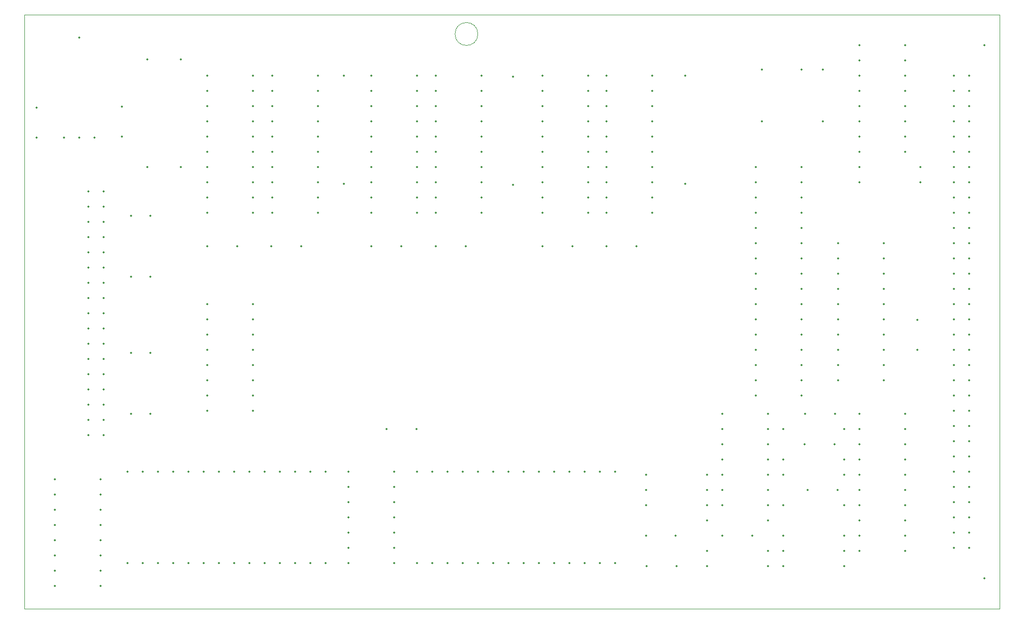
<source format=gko>
%TF.GenerationSoftware,KiCad,Pcbnew,8.0.6+1*%
%TF.CreationDate,2024-11-22T10:30:08+01:00*%
%TF.ProjectId,ql_trump_v2_disk_interface,716c5f74-7275-46d7-905f-76325f646973,01*%
%TF.SameCoordinates,Original*%
%TF.FileFunction,Profile,NP*%
%FSLAX46Y46*%
G04 Gerber Fmt 4.6, Leading zero omitted, Abs format (unit mm)*
G04 Created by KiCad (PCBNEW 8.0.6+1) date 2024-11-22 10:30:08*
%MOMM*%
%LPD*%
G01*
G04 APERTURE LIST*
%TA.AperFunction,Profile*%
%ADD10C,0.050000*%
%TD*%
%ADD11C,0.350000*%
G04 APERTURE END LIST*
D10*
X201422000Y-44323000D02*
X38862000Y-44323000D01*
X201422000Y-143383000D02*
X201422000Y-44323000D01*
X38862000Y-44323000D02*
X38862000Y-143344900D01*
X114427000Y-47498000D02*
G75*
G02*
X110617000Y-47498000I-1905000J0D01*
G01*
X110617000Y-47498000D02*
G75*
G02*
X114427000Y-47498000I1905000J0D01*
G01*
X38862000Y-143344900D02*
X201422000Y-143383000D01*
D11*
X198882000Y-49403000D03*
X198882000Y-138303000D03*
X196342000Y-54483000D03*
X196342000Y-57023000D03*
X196342000Y-59563000D03*
X196342000Y-62103000D03*
X196342000Y-64643000D03*
X196342000Y-67183000D03*
X196342000Y-69723000D03*
X196342000Y-72263000D03*
X196342000Y-74803000D03*
X196342000Y-77343000D03*
X196342000Y-79883000D03*
X196342000Y-82423000D03*
X196342000Y-84963000D03*
X196342000Y-87503000D03*
X196342000Y-90043000D03*
X196342000Y-92583000D03*
X196342000Y-95123000D03*
X196342000Y-97663000D03*
X196342000Y-100203000D03*
X196342000Y-102743000D03*
X196342000Y-105283000D03*
X196342000Y-107823000D03*
X196342000Y-110363000D03*
X196342000Y-112903000D03*
X196342000Y-115443000D03*
X196342000Y-117983000D03*
X196342000Y-120523000D03*
X196342000Y-123063000D03*
X196342000Y-125603000D03*
X196342000Y-128143000D03*
X196342000Y-130683000D03*
X196342000Y-133223000D03*
X193802000Y-54483000D03*
X193802000Y-57023000D03*
X193802000Y-59563000D03*
X193802000Y-62103000D03*
X193802000Y-64643000D03*
X193802000Y-67183000D03*
X193802000Y-69723000D03*
X193802000Y-72263000D03*
X193802000Y-74803000D03*
X193802000Y-77343000D03*
X193802000Y-79883000D03*
X193802000Y-82423000D03*
X193802000Y-84963000D03*
X193802000Y-87503000D03*
X193802000Y-90043000D03*
X193802000Y-92583000D03*
X193802000Y-95123000D03*
X193802000Y-97663000D03*
X193802000Y-100203000D03*
X193802000Y-102743000D03*
X193802000Y-105283000D03*
X193802000Y-107823000D03*
X193802000Y-110363000D03*
X193802000Y-112903000D03*
X193802000Y-115443000D03*
X193802000Y-117983000D03*
X193802000Y-120523000D03*
X193802000Y-123063000D03*
X193802000Y-125603000D03*
X193802000Y-128143000D03*
X193802000Y-130683000D03*
X193802000Y-133223000D03*
X48006000Y-48133000D03*
X45466000Y-64793000D03*
X48006000Y-64793000D03*
X50546000Y-64793000D03*
X168402000Y-87503000D03*
X168402000Y-84963000D03*
X168402000Y-82423000D03*
X168402000Y-79883000D03*
X168402000Y-77343000D03*
X168402000Y-74803000D03*
X168402000Y-72263000D03*
X168402000Y-69723000D03*
X160782000Y-69723000D03*
X160782000Y-72263000D03*
X160782000Y-74803000D03*
X160782000Y-77343000D03*
X160782000Y-79883000D03*
X160782000Y-82423000D03*
X160782000Y-84963000D03*
X160782000Y-87503000D03*
X173910000Y-115951000D03*
X168910000Y-115951000D03*
X40894000Y-59793000D03*
X40894000Y-64793000D03*
X148982500Y-54483000D03*
X148982500Y-72483000D03*
X104257000Y-77338000D03*
X104257000Y-74798000D03*
X104257000Y-72258000D03*
X104257000Y-69718000D03*
X104257000Y-67178000D03*
X104257000Y-64638000D03*
X104257000Y-62098000D03*
X104257000Y-59558000D03*
X104257000Y-57018000D03*
X104257000Y-54478000D03*
X96637000Y-54478000D03*
X96637000Y-57018000D03*
X96637000Y-59558000D03*
X96637000Y-62098000D03*
X96637000Y-64638000D03*
X96637000Y-67178000D03*
X96637000Y-69718000D03*
X96637000Y-72258000D03*
X96637000Y-74798000D03*
X96637000Y-77338000D03*
X142494000Y-121031000D03*
X152654000Y-121031000D03*
X182118000Y-105283000D03*
X182118000Y-102743000D03*
X182118000Y-100203000D03*
X182118000Y-97663000D03*
X182118000Y-95123000D03*
X182118000Y-92583000D03*
X182118000Y-90043000D03*
X182118000Y-87503000D03*
X182118000Y-84963000D03*
X182118000Y-82423000D03*
X174498000Y-82423000D03*
X174498000Y-84963000D03*
X174498000Y-87503000D03*
X174498000Y-90043000D03*
X174498000Y-92583000D03*
X174498000Y-95123000D03*
X174498000Y-97663000D03*
X174498000Y-100203000D03*
X174498000Y-102743000D03*
X174498000Y-105283000D03*
X143510000Y-77343000D03*
X143510000Y-74803000D03*
X143510000Y-72263000D03*
X143510000Y-69723000D03*
X143510000Y-67183000D03*
X143510000Y-64643000D03*
X143510000Y-62103000D03*
X143510000Y-59563000D03*
X143510000Y-57023000D03*
X143510000Y-54483000D03*
X135890000Y-54483000D03*
X135890000Y-57023000D03*
X135890000Y-59563000D03*
X135890000Y-62103000D03*
X135890000Y-64643000D03*
X135890000Y-67183000D03*
X135890000Y-69723000D03*
X135890000Y-72263000D03*
X135890000Y-74803000D03*
X135890000Y-77343000D03*
X137287000Y-120523000D03*
X134747000Y-120523000D03*
X132207000Y-120523000D03*
X129667000Y-120523000D03*
X127127000Y-120523000D03*
X124587000Y-120523000D03*
X122047000Y-120523000D03*
X119507000Y-120523000D03*
X116967000Y-120523000D03*
X114427000Y-120523000D03*
X111887000Y-120523000D03*
X109347000Y-120523000D03*
X106807000Y-120523000D03*
X104267000Y-120523000D03*
X104267000Y-135763000D03*
X106807000Y-135763000D03*
X109347000Y-135763000D03*
X111887000Y-135763000D03*
X114427000Y-135763000D03*
X116967000Y-135763000D03*
X119507000Y-135763000D03*
X122047000Y-135763000D03*
X124587000Y-135763000D03*
X127127000Y-135763000D03*
X129667000Y-135763000D03*
X132207000Y-135763000D03*
X134747000Y-135763000D03*
X137287000Y-135763000D03*
X165354000Y-136271000D03*
X175514000Y-136271000D03*
X142494000Y-131191000D03*
X147394000Y-131191000D03*
X152654000Y-133731000D03*
X162814000Y-133731000D03*
X52070000Y-114427000D03*
X49530000Y-114427000D03*
X52070000Y-111887000D03*
X49530000Y-111887000D03*
X52070000Y-109347000D03*
X49530000Y-109347000D03*
X52070000Y-106807000D03*
X49530000Y-106807000D03*
X52070000Y-104267000D03*
X49530000Y-104267000D03*
X52070000Y-101727000D03*
X49530000Y-101727000D03*
X52070000Y-99187000D03*
X49530000Y-99187000D03*
X52070000Y-96647000D03*
X49530000Y-96647000D03*
X52070000Y-94107000D03*
X49530000Y-94107000D03*
X52070000Y-91567000D03*
X49530000Y-91567000D03*
X52070000Y-89027000D03*
X49530000Y-89027000D03*
X52070000Y-86487000D03*
X49530000Y-86487000D03*
X52070000Y-83947000D03*
X49530000Y-83947000D03*
X52070000Y-81407000D03*
X49530000Y-81407000D03*
X52070000Y-78867000D03*
X49530000Y-78867000D03*
X52070000Y-76327000D03*
X49530000Y-76327000D03*
X52070000Y-73787000D03*
X49530000Y-73787000D03*
X168402000Y-53467000D03*
X162814000Y-136271000D03*
X152654000Y-136271000D03*
X55118000Y-59643000D03*
X55118000Y-64643000D03*
X101647000Y-82931000D03*
X96647000Y-82931000D03*
X89027000Y-120523000D03*
X86487000Y-120523000D03*
X83947000Y-120523000D03*
X81407000Y-120523000D03*
X78867000Y-120523000D03*
X76327000Y-120523000D03*
X73787000Y-120523000D03*
X71247000Y-120523000D03*
X68707000Y-120523000D03*
X66167000Y-120523000D03*
X63627000Y-120523000D03*
X61087000Y-120523000D03*
X58547000Y-120523000D03*
X56007000Y-120523000D03*
X56007000Y-135763000D03*
X58547000Y-135763000D03*
X61087000Y-135763000D03*
X63627000Y-135763000D03*
X66167000Y-135763000D03*
X68707000Y-135763000D03*
X71247000Y-135763000D03*
X73787000Y-135763000D03*
X76327000Y-135763000D03*
X78867000Y-135763000D03*
X81407000Y-135763000D03*
X83947000Y-135763000D03*
X86487000Y-135763000D03*
X89027000Y-135763000D03*
X140890000Y-82931000D03*
X135890000Y-82931000D03*
X99227000Y-113411000D03*
X104227000Y-113411000D03*
X161798000Y-53467000D03*
X178054000Y-69723000D03*
X188214000Y-69723000D03*
X142494000Y-126111000D03*
X152654000Y-126111000D03*
X64885500Y-51723000D03*
X64885500Y-69723000D03*
X171958000Y-53467000D03*
X185674000Y-133731000D03*
X185674000Y-131191000D03*
X185674000Y-128651000D03*
X185674000Y-126111000D03*
X185674000Y-123571000D03*
X185674000Y-121031000D03*
X185674000Y-118491000D03*
X185674000Y-115951000D03*
X185674000Y-113411000D03*
X185674000Y-110871000D03*
X178054000Y-110871000D03*
X178054000Y-113411000D03*
X178054000Y-115951000D03*
X178054000Y-118491000D03*
X178054000Y-121031000D03*
X178054000Y-123571000D03*
X178054000Y-126111000D03*
X178054000Y-128651000D03*
X178054000Y-131191000D03*
X178054000Y-133731000D03*
X132842000Y-77338000D03*
X132842000Y-74798000D03*
X132842000Y-72258000D03*
X132842000Y-69718000D03*
X132842000Y-67178000D03*
X132842000Y-64638000D03*
X132842000Y-62098000D03*
X132842000Y-59558000D03*
X132842000Y-57018000D03*
X132842000Y-54478000D03*
X125222000Y-54478000D03*
X125222000Y-57018000D03*
X125222000Y-59558000D03*
X125222000Y-62098000D03*
X125222000Y-64638000D03*
X125222000Y-67178000D03*
X125222000Y-69718000D03*
X125222000Y-72258000D03*
X125222000Y-74798000D03*
X125222000Y-77338000D03*
X161798000Y-62103000D03*
X171958000Y-62103000D03*
X80010000Y-82931000D03*
X85010000Y-82931000D03*
X165354000Y-133731000D03*
X175514000Y-133731000D03*
X92086500Y-54483000D03*
X92086500Y-72483000D03*
X76962000Y-110363000D03*
X76962000Y-107823000D03*
X76962000Y-105283000D03*
X76962000Y-102743000D03*
X76962000Y-100203000D03*
X76962000Y-97663000D03*
X76962000Y-95123000D03*
X76962000Y-92583000D03*
X69342000Y-92583000D03*
X69342000Y-95123000D03*
X69342000Y-97663000D03*
X69342000Y-100203000D03*
X69342000Y-102743000D03*
X69342000Y-105283000D03*
X69342000Y-107823000D03*
X69342000Y-110363000D03*
X165354000Y-121031000D03*
X175514000Y-121031000D03*
X168402000Y-107823000D03*
X168402000Y-105283000D03*
X168402000Y-102743000D03*
X168402000Y-100203000D03*
X168402000Y-97663000D03*
X168402000Y-95123000D03*
X168402000Y-92583000D03*
X168402000Y-90043000D03*
X160782000Y-90043000D03*
X160782000Y-92583000D03*
X160782000Y-95123000D03*
X160782000Y-97663000D03*
X160782000Y-100203000D03*
X160782000Y-102743000D03*
X160782000Y-105283000D03*
X160782000Y-107823000D03*
X51562000Y-139573000D03*
X51562000Y-137033000D03*
X51562000Y-134493000D03*
X51562000Y-131953000D03*
X51562000Y-129413000D03*
X51562000Y-126873000D03*
X51562000Y-124333000D03*
X51562000Y-121793000D03*
X43942000Y-121793000D03*
X43942000Y-124333000D03*
X43942000Y-126873000D03*
X43942000Y-129413000D03*
X43942000Y-131953000D03*
X43942000Y-134493000D03*
X43942000Y-137033000D03*
X43942000Y-139573000D03*
X165354000Y-118491000D03*
X175514000Y-118491000D03*
X168990000Y-110871000D03*
X173990000Y-110871000D03*
X59817000Y-100711000D03*
X59817000Y-110871000D03*
X165354000Y-113411000D03*
X175514000Y-113411000D03*
X120257500Y-54627000D03*
X120257500Y-72627000D03*
X130222000Y-82931000D03*
X125222000Y-82931000D03*
X178054000Y-72263000D03*
X188214000Y-72263000D03*
X107442000Y-82931000D03*
X112442000Y-82931000D03*
X100457000Y-135763000D03*
X100457000Y-133223000D03*
X100457000Y-130683000D03*
X100457000Y-128143000D03*
X100457000Y-125603000D03*
X100457000Y-123063000D03*
X100457000Y-120523000D03*
X92837000Y-120523000D03*
X92837000Y-123063000D03*
X92837000Y-125603000D03*
X92837000Y-128143000D03*
X92837000Y-130683000D03*
X92837000Y-133223000D03*
X92837000Y-135763000D03*
X76962000Y-77343000D03*
X76962000Y-74803000D03*
X76962000Y-72263000D03*
X76962000Y-69723000D03*
X76962000Y-67183000D03*
X76962000Y-64643000D03*
X76962000Y-62103000D03*
X76962000Y-59563000D03*
X76962000Y-57023000D03*
X76962000Y-54483000D03*
X69342000Y-54483000D03*
X69342000Y-57023000D03*
X69342000Y-59563000D03*
X69342000Y-62103000D03*
X69342000Y-64643000D03*
X69342000Y-67183000D03*
X69342000Y-69723000D03*
X69342000Y-72263000D03*
X69342000Y-74803000D03*
X69342000Y-77343000D03*
X142494000Y-123571000D03*
X152654000Y-123571000D03*
X74342000Y-82931000D03*
X69342000Y-82931000D03*
X165354000Y-126111000D03*
X175514000Y-126111000D03*
X165354000Y-131191000D03*
X175514000Y-131191000D03*
X59817000Y-77851000D03*
X59817000Y-88011000D03*
X185674000Y-67183000D03*
X185674000Y-64643000D03*
X185674000Y-62103000D03*
X185674000Y-59563000D03*
X185674000Y-57023000D03*
X185674000Y-54483000D03*
X185674000Y-51943000D03*
X185674000Y-49403000D03*
X178054000Y-49403000D03*
X178054000Y-51943000D03*
X178054000Y-54483000D03*
X178054000Y-57023000D03*
X178054000Y-59563000D03*
X178054000Y-62103000D03*
X178054000Y-64643000D03*
X178054000Y-67183000D03*
X162814000Y-126111000D03*
X162814000Y-123571000D03*
X162814000Y-121031000D03*
X162814000Y-118491000D03*
X162814000Y-115951000D03*
X162814000Y-113411000D03*
X162814000Y-110871000D03*
X155194000Y-110871000D03*
X155194000Y-113411000D03*
X155194000Y-115951000D03*
X155194000Y-118491000D03*
X155194000Y-121031000D03*
X155194000Y-123571000D03*
X155194000Y-126111000D03*
X155194000Y-131191000D03*
X160194000Y-131191000D03*
X169418000Y-123571000D03*
X174418000Y-123571000D03*
X187706000Y-95203000D03*
X187706000Y-100203000D03*
X115062000Y-77343000D03*
X115062000Y-74803000D03*
X115062000Y-72263000D03*
X115062000Y-69723000D03*
X115062000Y-67183000D03*
X115062000Y-64643000D03*
X115062000Y-62103000D03*
X115062000Y-59563000D03*
X115062000Y-57023000D03*
X115062000Y-54483000D03*
X107442000Y-54483000D03*
X107442000Y-57023000D03*
X107442000Y-59563000D03*
X107442000Y-62103000D03*
X107442000Y-64643000D03*
X107442000Y-67183000D03*
X107442000Y-69723000D03*
X107442000Y-72263000D03*
X107442000Y-74803000D03*
X107442000Y-77343000D03*
X56642000Y-100711000D03*
X56642000Y-110871000D03*
X59297500Y-51723000D03*
X59297500Y-69723000D03*
X152614000Y-128651000D03*
X162774000Y-128651000D03*
X142534000Y-136271000D03*
X147534000Y-136271000D03*
X87757000Y-77343000D03*
X87757000Y-74803000D03*
X87757000Y-72263000D03*
X87757000Y-69723000D03*
X87757000Y-67183000D03*
X87757000Y-64643000D03*
X87757000Y-62103000D03*
X87757000Y-59563000D03*
X87757000Y-57023000D03*
X87757000Y-54483000D03*
X80137000Y-54483000D03*
X80137000Y-57023000D03*
X80137000Y-59563000D03*
X80137000Y-62103000D03*
X80137000Y-64643000D03*
X80137000Y-67183000D03*
X80137000Y-69723000D03*
X80137000Y-72263000D03*
X80137000Y-74803000D03*
X80137000Y-77343000D03*
X56642000Y-77851000D03*
X56642000Y-88011000D03*
M02*

</source>
